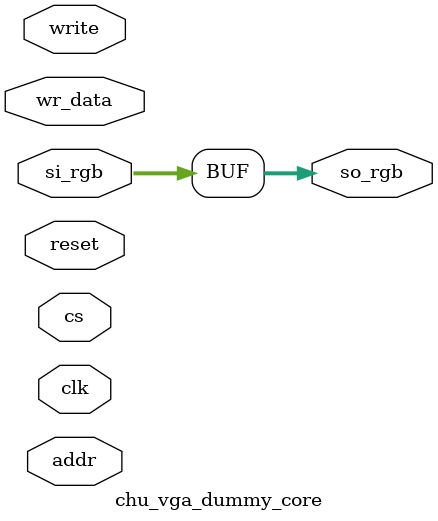
<source format=sv>
module chu_vga_dummy_core (
   input logic clk, reset,
   // video slot interface
   input  logic cs,      
   input  logic write,  
   input  logic [13:0] addr,    
   input  logic [31:0] wr_data,
   // stream interface
   input  logic [11:0] si_rgb,
   output logic [11:0] so_rgb
  );

   assign so_rgb = si_rgb;
endmodule
</source>
